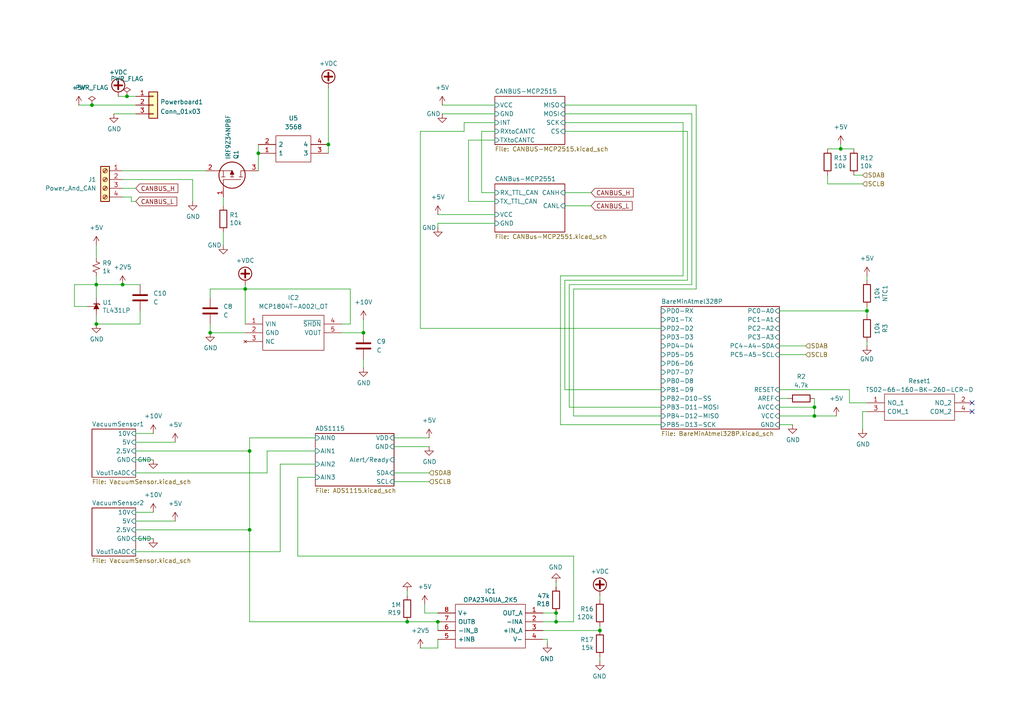
<source format=kicad_sch>
(kicad_sch (version 20231120) (generator "eeschema") (generator_version "8.0")
  (paper "A4")
  (lib_symbols
    (symbol "Connector:Screw_Terminal_01x04" (pin_names (offset 1.016) hide)
      (property "Reference" "J" (at 0 5.08 0))
      (property "Value" "Screw_Terminal_01x04" (at 0 -7.62 0))
      (symbol "Screw_Terminal_01x04_1_1"
        (rectangle (start -1.27 3.81) (end 1.27 -6.35) (stroke (width 0.254)) (fill (type background)))
        (circle (center 0 -5.08) (radius 0.635) (stroke (width 0.1524)))
        (circle (center 0 -2.54) (radius 0.635) (stroke (width 0.1524)))
        (polyline (pts (xy -0.5334 -4.7498) (xy 0.3302 -5.588)) (stroke (width 0.1524)))
        (polyline (pts (xy -0.5334 -2.2098) (xy 0.3302 -3.048)) (stroke (width 0.1524)))
        (polyline (pts (xy -0.5334 0.3302) (xy 0.3302 -0.508)) (stroke (width 0.1524)))
        (polyline (pts (xy -0.5334 2.8702) (xy 0.3302 2.032)) (stroke (width 0.1524)))
        (polyline (pts (xy -0.3556 -4.572) (xy 0.508 -5.4102)) (stroke (width 0.1524)))
        (polyline (pts (xy -0.3556 -2.032) (xy 0.508 -2.8702)) (stroke (width 0.1524)))
        (polyline (pts (xy -0.3556 0.508) (xy 0.508 -0.3302)) (stroke (width 0.1524)))
        (polyline (pts (xy -0.3556 3.048) (xy 0.508 2.2098)) (stroke (width 0.1524)))
        (circle (center 0 0) (radius 0.635) (stroke (width 0.1524)))
        (circle (center 0 2.54) (radius 0.635) (stroke (width 0.1524)))
        (pin passive line (at -5.08 2.54 0) (length 3.81) (name "Pin_1") (number "1"))
        (pin passive line (at -5.08 0 0) (length 3.81) (name "Pin_2") (number "2"))
        (pin passive line (at -5.08 -2.54 0) (length 3.81) (name "Pin_3") (number "3"))
        (pin passive line (at -5.08 -5.08 0) (length 3.81) (name "Pin_4") (number "4"))
      )
    )
    (symbol "Connector_Generic:Conn_01x03" (pin_names (offset 1.016) hide)
      (property "Reference" "J" (at 0 5.08 0))
      (property "Value" "Conn_01x03" (at 0 -5.08 0))
      (symbol "Conn_01x03_1_1"
        (rectangle (start -1.27 -2.413) (end 0 -2.667) (stroke (width 0.1524)))
        (rectangle (start -1.27 0.127) (end 0 -0.127) (stroke (width 0.1524)))
        (rectangle (start -1.27 2.667) (end 0 2.413) (stroke (width 0.1524)))
        (rectangle (start -1.27 3.81) (end 1.27 -3.81) (stroke (width 0.254)) (fill (type background)))
        (pin passive line (at -5.08 2.54 0) (length 3.81) (name "Pin_1") (number "1"))
        (pin passive line (at -5.08 0 0) (length 3.81) (name "Pin_2") (number "2"))
        (pin passive line (at -5.08 -2.54 0) (length 3.81) (name "Pin_3") (number "3"))
      )
    )
    (symbol "Device:C" (pin_numbers hide) (pin_names (offset 0.254))
      (property "Reference" "C" (at 0.635 2.54 0))
      (property "Value" "C" (at 0.635 -2.54 0))
      (symbol "C_0_1"
        (polyline (pts (xy -2.032 -0.762) (xy 2.032 -0.762)) (stroke (width 0.508)))
        (polyline (pts (xy -2.032 0.762) (xy 2.032 0.762)) (stroke (width 0.508)))
      )
      (symbol "C_1_1"
        (pin passive line (at 0 3.81 270) (length 2.794) (name "~") (number "1"))
        (pin passive line (at 0 -3.81 90) (length 2.794) (name "~") (number "2"))
      )
    )
    (symbol "Device:R" (pin_numbers hide) (pin_names (offset 0))
      (property "Reference" "R" (at 2.032 0 90))
      (property "Value" "R" (at 0 0 90))
      (symbol "R_0_1"
        (rectangle (start -1.016 -2.54) (end 1.016 2.54) (stroke (width 0.254)))
      )
      (symbol "R_1_1"
        (pin passive line (at 0 3.81 270) (length 1.27) (name "~") (number "1"))
        (pin passive line (at 0 -3.81 90) (length 1.27) (name "~") (number "2"))
      )
    )
    (symbol "Device:R_Small_US" (pin_numbers hide) (pin_names (offset 0.254) hide)
      (property "Reference" "R" (at 0.762 0.508 0))
      (property "Value" "R_Small_US" (at 0.762 -1.016 0))
      (symbol "R_Small_US_1_1"
        (polyline (pts (xy 0 0) (xy 1.016 -0.381) (xy 0 -0.762) (xy -1.016 -1.143) (xy 0 -1.524)))
        (polyline (pts (xy 0 1.524) (xy 1.016 1.143) (xy 0 0.762) (xy -1.016 0.381) (xy 0 0)))
        (pin passive line (at 0 2.54 270) (length 1.016) (name "~") (number "1"))
        (pin passive line (at 0 -2.54 90) (length 1.016) (name "~") (number "2"))
      )
    )
    (symbol "Reference_Voltage:TL431LP" (pin_numbers hide) (pin_names hide)
      (property "Reference" "U" (at -2.54 2.54 0))
      (property "Value" "TL431LP" (at 0 -2.54 0))
      (symbol "TL431LP_0_1"
        (polyline (pts (xy -1.27 0) (xy 0 0) (xy 1.27 0)))
        (polyline (pts (xy -0.762 0.762) (xy 0.762 0) (xy -0.762 -0.762)) (fill (type outline)))
        (polyline (pts (xy 0.508 -1.016) (xy 0.762 -0.762) (xy 0.762 0.762) (xy 0.762 0.762)) (stroke (width 0.254)))
      )
      (symbol "TL431LP_1_1"
        (pin passive line (at 0 2.54 270) (length 2.54) (name "REF") (number "1"))
        (pin passive line (at -2.54 0 0) (length 2.54) (name "A") (number "2"))
        (pin passive line (at 2.54 0 180) (length 2.54) (name "K") (number "3"))
      )
    )
    (symbol "SamacSys_Parts:3568" (pin_names (offset 0.762))
      (property "Reference" "U" (at 16.51 7.62 0))
      (property "Value" "3568" (at 16.51 5.08 0))
      (symbol "3568_0_0"
        (pin passive line (at 0 -2.54 0) (length 5.08) (name "1") (number "1"))
        (pin passive line (at 0 0 0) (length 5.08) (name "2") (number "2"))
        (pin passive line (at 20.32 -2.54 180) (length 5.08) (name "3") (number "3"))
        (pin passive line (at 20.32 0 180) (length 5.08) (name "4") (number "4"))
      )
      (symbol "3568_0_1"
        (polyline (pts (xy 5.08 2.54) (xy 15.24 2.54) (xy 15.24 -5.08) (xy 5.08 -5.08) (xy 5.08 2.54)) (stroke (width 0.1524)))
      )
    )
    (symbol "SamacSys_Parts:IRF9Z34NPBF" (pin_names (offset 0.762))
      (property "Reference" "Q" (at 11.43 3.81 0))
      (property "Value" "IRF9Z34NPBF" (at 11.43 1.27 0))
      (symbol "IRF9Z34NPBF_0_0"
        (pin passive line (at 0 0 0) (length 2.54) (name "~") (number "1"))
        (pin passive line (at 7.62 -5.08 90) (length 2.54) (name "~") (number "2"))
        (pin passive line (at 7.62 10.16 270) (length 2.54) (name "~") (number "3"))
      )
      (symbol "IRF9Z34NPBF_0_1"
        (polyline (pts (xy 5.842 -0.508) (xy 5.842 0.508)) (stroke (width 0.1524)))
        (polyline (pts (xy 5.842 0) (xy 7.62 0)) (stroke (width 0.1524)))
        (polyline (pts (xy 5.842 2.032) (xy 5.842 3.048)) (stroke (width 0.1524)))
        (polyline (pts (xy 5.842 5.588) (xy 5.842 4.572)) (stroke (width 0.1524)))
        (polyline (pts (xy 7.62 2.54) (xy 5.842 2.54)) (stroke (width 0.1524)))
        (polyline (pts (xy 7.62 2.54) (xy 7.62 -2.54)) (stroke (width 0.1524)))
        (polyline (pts (xy 7.62 5.08) (xy 5.842 5.08)) (stroke (width 0.1524)))
        (polyline (pts (xy 7.62 5.08) (xy 7.62 7.62)) (stroke (width 0.1524)))
        (polyline (pts (xy 2.54 0) (xy 5.08 0) (xy 5.08 5.08)) (stroke (width 0.1524)))
        (polyline (pts (xy 7.62 2.54) (xy 6.604 3.048) (xy 6.604 2.032) (xy 7.62 2.54)) (stroke (width 0.254)) (fill (type outline)))
        (circle (center 6.35 2.54) (radius 3.81) (stroke (width 0.254)))
      )
    )
    (symbol "SamacSys_Parts:MCP1804T-A002I_OT" (pin_names (offset 0.762))
      (property "Reference" "IC" (at 24.13 7.62 0))
      (property "Value" "MCP1804T-A002I_OT" (at 24.13 5.08 0))
      (symbol "MCP1804T-A002I_OT_0_0"
        (pin passive line (at 0 0 0) (length 5.08) (name "VIN") (number "1"))
        (pin passive line (at 0 -2.54 0) (length 5.08) (name "GND") (number "2"))
        (pin no_connect line (at 0 -5.08 0) (length 5.08) (name "NC") (number "3"))
        (pin passive line (at 27.94 0 180) (length 5.08) (name "~{SHDN}") (number "4"))
        (pin passive line (at 27.94 -2.54 180) (length 5.08) (name "VOUT") (number "5"))
      )
      (symbol "MCP1804T-A002I_OT_0_1"
        (polyline (pts (xy 5.08 2.54) (xy 22.86 2.54) (xy 22.86 -7.62) (xy 5.08 -7.62) (xy 5.08 2.54)) (stroke (width 0.1524)))
      )
    )
    (symbol "SamacSys_Parts:OPA2340UA_2K5" (pin_names (offset 0.762))
      (property "Reference" "IC" (at 26.67 7.62 0))
      (property "Value" "OPA2340UA_2K5" (at 26.67 5.08 0))
      (symbol "OPA2340UA_2K5_0_0"
        (pin passive line (at 0 0 0) (length 5.08) (name "OUT_A") (number "1"))
        (pin passive line (at 0 -2.54 0) (length 5.08) (name "-INA") (number "2"))
        (pin passive line (at 0 -5.08 0) (length 5.08) (name "+IN_A") (number "3"))
        (pin passive line (at 0 -7.62 0) (length 5.08) (name "V-") (number "4"))
        (pin passive line (at 30.48 -7.62 180) (length 5.08) (name "+INB") (number "5"))
        (pin passive line (at 30.48 -5.08 180) (length 5.08) (name "-IN_B") (number "6"))
        (pin passive line (at 30.48 -2.54 180) (length 5.08) (name "OUTB") (number "7"))
        (pin passive line (at 30.48 0 180) (length 5.08) (name "V+") (number "8"))
      )
      (symbol "OPA2340UA_2K5_0_1"
        (polyline (pts (xy 5.08 2.54) (xy 25.4 2.54) (xy 25.4 -10.16) (xy 5.08 -10.16) (xy 5.08 2.54)) (stroke (width 0.1524)))
      )
    )
    (symbol "SamacSys_Parts:TS02-66-160-BK-260-LCR-D" (pin_names (offset 0.762))
      (property "Reference" "S" (at 26.67 7.62 0))
      (property "Value" "TS02-66-160-BK-260-LCR-D" (at 26.67 5.08 0))
      (symbol "TS02-66-160-BK-260-LCR-D_0_0"
        (pin passive line (at 0 0 0) (length 5.08) (name "NO_1") (number "1"))
        (pin passive line (at 30.48 0 180) (length 5.08) (name "NO_2") (number "2"))
        (pin passive line (at 0 -2.54 0) (length 5.08) (name "COM_1") (number "3"))
        (pin passive line (at 30.48 -2.54 180) (length 5.08) (name "COM_2") (number "4"))
      )
      (symbol "TS02-66-160-BK-260-LCR-D_0_1"
        (polyline (pts (xy 5.08 2.54) (xy 25.4 2.54) (xy 25.4 -5.08) (xy 5.08 -5.08) (xy 5.08 2.54)) (stroke (width 0.1524)))
      )
    )
    (symbol "power:+10V" (power) (pin_numbers hide) (pin_names (offset 0) hide)
      (property "Value" "+10V" (at 0 3.556 0))
      (symbol "+10V_0_1"
        (polyline (pts (xy -0.762 1.27) (xy 0 2.54)))
        (polyline (pts (xy 0 0) (xy 0 2.54)))
        (polyline (pts (xy 0 2.54) (xy 0.762 1.27)))
      )
      (symbol "+10V_1_1"
        (pin power_in line (at 0 0 90) (length 0) (name "~") (number "1"))
      )
    )
    (symbol "power:+2V5" (power) (pin_numbers hide) (pin_names (offset 0) hide)
      (property "Value" "+2V5" (at 0 3.556 0))
      (symbol "+2V5_0_1"
        (polyline (pts (xy -0.762 1.27) (xy 0 2.54)))
        (polyline (pts (xy 0 0) (xy 0 2.54)))
        (polyline (pts (xy 0 2.54) (xy 0.762 1.27)))
      )
      (symbol "+2V5_1_1"
        (pin power_in line (at 0 0 90) (length 0) (name "~") (number "1"))
      )
    )
    (symbol "power:+5V" (power) (pin_numbers hide) (pin_names (offset 0) hide)
      (property "Value" "+5V" (at 0 3.556 0))
      (symbol "+5V_0_1"
        (polyline (pts (xy -0.762 1.27) (xy 0 2.54)))
        (polyline (pts (xy 0 0) (xy 0 2.54)))
        (polyline (pts (xy 0 2.54) (xy 0.762 1.27)))
      )
      (symbol "+5V_1_1"
        (pin power_in line (at 0 0 90) (length 0) (name "~") (number "1"))
      )
    )
    (symbol "power:+VDC" (power) (pin_numbers hide) (pin_names (offset 0) hide)
      (property "Value" "+VDC" (at 0 6.35 0))
      (symbol "+VDC_0_1"
        (polyline (pts (xy -1.143 3.175) (xy 1.143 3.175)) (stroke (width 0.508)))
        (polyline (pts (xy 0 0) (xy 0 1.27)))
        (polyline (pts (xy 0 2.032) (xy 0 4.318)) (stroke (width 0.508)))
        (circle (center 0 3.175) (radius 1.905) (stroke (width 0.254)))
      )
      (symbol "+VDC_1_1"
        (pin power_in line (at 0 0 90) (length 0) (name "~") (number "1"))
      )
    )
    (symbol "power:GND" (power) (pin_numbers hide) (pin_names (offset 0) hide)
      (property "Value" "GND" (at 0 -3.81 0))
      (symbol "GND_0_1"
        (polyline (pts (xy 0 0) (xy 0 -1.27) (xy 1.27 -1.27) (xy 0 -2.54) (xy -1.27 -1.27) (xy 0 -1.27)))
      )
      (symbol "GND_1_1"
        (pin power_in line (at 0 0 270) (length 0) (name "~") (number "1"))
      )
    )
    (symbol "power:PWR_FLAG" (power) (pin_numbers hide) (pin_names (offset 0) hide)
      (property "Value" "PWR_FLAG" (at 0 3.81 0))
      (symbol "PWR_FLAG_0_0"
        (pin power_out line (at 0 0 90) (length 0) (name "~") (number "1"))
      )
      (symbol "PWR_FLAG_0_1"
        (polyline (pts (xy 0 0) (xy 0 1.27) (xy -1.016 1.905) (xy 0 2.54) (xy 1.016 1.905) (xy 0 1.27)))
      )
    )
  )
  (junction (at 105.41 96.52))
  (junction (at 71.12 83.82))
  (junction (at 60.96 96.52))
  (junction (at 72.39 130.81))
  (junction (at 251.46 90.17))
  (junction (at 95.25 41.91))
  (junction (at 72.39 153.67))
  (junction (at 74.93 44.45))
  (junction (at 35.56 82.55))
  (junction (at 161.29 177.8))
  (junction (at 36.83 27.94))
  (junction (at 27.94 93.98))
  (junction (at 173.99 182.88))
  (junction (at 161.29 180.34))
  (junction (at 118.11 180.34))
  (junction (at 236.22 118.11))
  (junction (at 26.67 30.48))
  (junction (at 27.94 82.55))
  (junction (at 236.22 120.65))
  (junction (at 127 180.34))
  (junction (at 243.84 43.18))
  (no_connect (at 281.94 119.38))
  (no_connect (at 281.94 116.84))
  (wire (pts (xy 60.96 93.98) (xy 60.96 96.52)))
  (wire (pts (xy 34.29 27.94) (xy 36.83 27.94)))
  (wire (pts (xy 243.84 43.18) (xy 243.84 41.91)))
  (wire (pts (xy 35.56 52.07) (xy 55.88 52.07)))
  (wire (pts (xy 128.27 33.02) (xy 143.51 33.02)))
  (wire (pts (xy 39.37 148.59) (xy 44.45 148.59)))
  (wire (pts (xy 60.96 83.82) (xy 71.12 83.82)))
  (wire (pts (xy 71.12 82.55) (xy 71.12 83.82)))
  (wire (pts (xy 114.3 137.16) (xy 124.46 137.16)))
  (wire (pts (xy 95.25 41.91) (xy 95.25 44.45)))
  (wire (pts (xy 99.06 93.98) (xy 101.6 93.98)))
  (wire (pts (xy 246.38 113.03) (xy 246.38 116.84)))
  (wire (pts (xy 191.77 95.25) (xy 121.92 95.25)))
  (wire (pts (xy 26.67 30.48) (xy 39.37 30.48)))
  (wire (pts (xy 191.77 113.03) (xy 163.83 113.03)))
  (wire (pts (xy 200.66 33.02) (xy 200.66 82.55)))
  (wire (pts (xy 127 182.88) (xy 127 180.34)))
  (wire (pts (xy 38.1 58.42) (xy 38.1 57.15)))
  (wire (pts (xy 251.46 90.17) (xy 251.46 91.44)))
  (wire (pts (xy 250.19 119.38) (xy 250.19 124.46)))
  (wire (pts (xy 143.51 64.77) (xy 127 64.77)))
  (wire (pts (xy 55.88 58.42) (xy 55.88 52.07)))
  (wire (pts (xy 25.4 88.9) (xy 21.59 88.9)))
  (wire (pts (xy 251.46 88.9) (xy 251.46 90.17)))
  (wire (pts (xy 27.94 82.55) (xy 35.56 82.55)))
  (wire (pts (xy 226.06 123.19) (xy 229.87 123.19)))
  (wire (pts (xy 39.37 125.73) (xy 44.45 125.73)))
  (wire (pts (xy 139.7 38.1) (xy 143.51 38.1)))
  (wire (pts (xy 77.47 137.16) (xy 77.47 130.81)))
  (wire (pts (xy 163.83 81.28) (xy 199.39 81.28)))
  (wire (pts (xy 105.41 104.14) (xy 105.41 106.68)))
  (wire (pts (xy 72.39 127) (xy 72.39 130.81)))
  (wire (pts (xy 127 62.23) (xy 143.51 62.23)))
  (wire (pts (xy 198.12 35.56) (xy 163.83 35.56)))
  (wire (pts (xy 127 185.42) (xy 127 187.96)))
  (wire (pts (xy 163.83 113.03) (xy 163.83 81.28)))
  (wire (pts (xy 226.06 115.57) (xy 228.6 115.57)))
  (wire (pts (xy 128.27 30.48) (xy 143.51 30.48)))
  (wire (pts (xy 236.22 120.65) (xy 242.57 120.65)))
  (wire (pts (xy 27.94 82.55) (xy 27.94 86.36)))
  (wire (pts (xy 198.12 80.01) (xy 198.12 35.56)))
  (wire (pts (xy 121.92 38.1) (xy 134.62 38.1)))
  (wire (pts (xy 127 64.77) (xy 127 66.04)))
  (wire (pts (xy 114.3 127) (xy 124.46 127)))
  (wire (pts (xy 72.39 130.81) (xy 72.39 153.67)))
  (wire (pts (xy 163.83 33.02) (xy 200.66 33.02)))
  (wire (pts (xy 251.46 99.06) (xy 251.46 100.33)))
  (wire (pts (xy 165.1 118.11) (xy 165.1 82.55)))
  (wire (pts (xy 158.75 186.69) (xy 158.75 185.42)))
  (wire (pts (xy 38.1 57.15) (xy 35.56 57.15)))
  (wire (pts (xy 162.56 80.01) (xy 198.12 80.01)))
  (wire (pts (xy 81.28 134.62) (xy 81.28 160.02)))
  (wire (pts (xy 74.93 44.45) (xy 74.93 49.53)))
  (wire (pts (xy 86.36 138.43) (xy 86.36 161.29)))
  (wire (pts (xy 118.11 172.72) (xy 118.11 171.45)))
  (wire (pts (xy 143.51 55.88) (xy 139.7 55.88)))
  (wire (pts (xy 27.94 91.44) (xy 27.94 93.98)))
  (wire (pts (xy 226.06 90.17) (xy 251.46 90.17)))
  (wire (pts (xy 114.3 139.7) (xy 124.46 139.7)))
  (wire (pts (xy 191.77 123.19) (xy 162.56 123.19)))
  (wire (pts (xy 157.48 180.34) (xy 161.29 180.34)))
  (wire (pts (xy 105.41 92.71) (xy 105.41 96.52)))
  (wire (pts (xy 226.06 113.03) (xy 246.38 113.03)))
  (wire (pts (xy 166.37 161.29) (xy 166.37 180.34)))
  (wire (pts (xy 39.37 137.16) (xy 77.47 137.16)))
  (wire (pts (xy 135.89 40.64) (xy 135.89 58.42)))
  (wire (pts (xy 72.39 180.34) (xy 72.39 153.67)))
  (wire (pts (xy 60.96 86.36) (xy 60.96 83.82)))
  (wire (pts (xy 72.39 180.34) (xy 118.11 180.34)))
  (wire (pts (xy 27.94 71.12) (xy 27.94 74.93)))
  (wire (pts (xy 236.22 118.11) (xy 236.22 120.65)))
  (wire (pts (xy 121.92 95.25) (xy 121.92 38.1)))
  (wire (pts (xy 22.86 30.48) (xy 26.67 30.48)))
  (wire (pts (xy 191.77 120.65) (xy 166.37 120.65)))
  (wire (pts (xy 123.19 177.8) (xy 123.19 175.26)))
  (wire (pts (xy 161.29 170.18) (xy 161.29 168.91)))
  (wire (pts (xy 165.1 118.11) (xy 191.77 118.11)))
  (wire (pts (xy 251.46 80.01) (xy 251.46 81.28)))
  (wire (pts (xy 21.59 88.9) (xy 21.59 82.55)))
  (wire (pts (xy 127 187.96) (xy 121.92 187.96)))
  (wire (pts (xy 35.56 49.53) (xy 59.69 49.53)))
  (wire (pts (xy 173.99 181.61) (xy 173.99 182.88)))
  (wire (pts (xy 226.06 102.87) (xy 233.68 102.87)))
  (wire (pts (xy 81.28 160.02) (xy 39.37 160.02)))
  (wire (pts (xy 36.83 27.94) (xy 39.37 27.94)))
  (wire (pts (xy 91.44 138.43) (xy 86.36 138.43)))
  (wire (pts (xy 163.83 59.69) (xy 171.45 59.69)))
  (wire (pts (xy 39.37 153.67) (xy 72.39 153.67)))
  (wire (pts (xy 161.29 180.34) (xy 161.29 177.8)))
  (wire (pts (xy 33.02 33.02) (xy 39.37 33.02)))
  (wire (pts (xy 39.37 156.21) (xy 44.45 156.21)))
  (wire (pts (xy 162.56 123.19) (xy 162.56 80.01)))
  (wire (pts (xy 39.37 133.35) (xy 44.45 133.35)))
  (wire (pts (xy 127 180.34) (xy 118.11 180.34)))
  (wire (pts (xy 74.93 41.91) (xy 74.93 44.45)))
  (wire (pts (xy 157.48 177.8) (xy 161.29 177.8)))
  (wire (pts (xy 101.6 93.98) (xy 101.6 83.82)))
  (wire (pts (xy 21.59 82.55) (xy 27.94 82.55)))
  (wire (pts (xy 243.84 43.18) (xy 247.65 43.18)))
  (wire (pts (xy 166.37 180.34) (xy 161.29 180.34)))
  (wire (pts (xy 39.37 130.81) (xy 72.39 130.81)))
  (wire (pts (xy 134.62 35.56) (xy 143.51 35.56)))
  (wire (pts (xy 139.7 55.88) (xy 139.7 38.1)))
  (wire (pts (xy 158.75 185.42) (xy 157.48 185.42)))
  (wire (pts (xy 40.64 93.98) (xy 27.94 93.98)))
  (wire (pts (xy 35.56 82.55) (xy 40.64 82.55)))
  (wire (pts (xy 226.06 100.33) (xy 233.68 100.33)))
  (wire (pts (xy 166.37 120.65) (xy 166.37 83.82)))
  (wire (pts (xy 39.37 58.42) (xy 38.1 58.42)))
  (wire (pts (xy 166.37 83.82) (xy 201.93 83.82)))
  (wire (pts (xy 64.77 67.31) (xy 64.77 71.12)))
  (wire (pts (xy 157.48 182.88) (xy 173.99 182.88)))
  (wire (pts (xy 91.44 127) (xy 72.39 127)))
  (wire (pts (xy 251.46 119.38) (xy 250.19 119.38)))
  (wire (pts (xy 199.39 81.28) (xy 199.39 38.1)))
  (wire (pts (xy 135.89 58.42) (xy 143.51 58.42)))
  (wire (pts (xy 40.64 90.17) (xy 40.64 93.98)))
  (wire (pts (xy 134.62 38.1) (xy 134.62 35.56)))
  (wire (pts (xy 173.99 173.99) (xy 173.99 172.72)))
  (wire (pts (xy 114.3 129.54) (xy 124.46 129.54)))
  (wire (pts (xy 200.66 82.55) (xy 165.1 82.55)))
  (wire (pts (xy 91.44 134.62) (xy 81.28 134.62)))
  (wire (pts (xy 163.83 30.48) (xy 201.93 30.48)))
  (wire (pts (xy 240.03 43.18) (xy 243.84 43.18)))
  (wire (pts (xy 143.51 40.64) (xy 135.89 40.64)))
  (wire (pts (xy 163.83 55.88) (xy 171.45 55.88)))
  (wire (pts (xy 201.93 83.82) (xy 201.93 30.48)))
  (wire (pts (xy 35.56 54.61) (xy 39.37 54.61)))
  (wire (pts (xy 127 177.8) (xy 123.19 177.8)))
  (wire (pts (xy 246.38 116.84) (xy 251.46 116.84)))
  (wire (pts (xy 39.37 128.27) (xy 50.8 128.27)))
  (wire (pts (xy 95.25 25.4) (xy 95.25 41.91)))
  (wire (pts (xy 173.99 190.5) (xy 173.99 191.77)))
  (wire (pts (xy 27.94 80.01) (xy 27.94 82.55)))
  (wire (pts (xy 99.06 96.52) (xy 105.41 96.52)))
  (wire (pts (xy 77.47 130.81) (xy 91.44 130.81)))
  (wire (pts (xy 60.96 96.52) (xy 71.12 96.52)))
  (wire (pts (xy 250.19 53.34) (xy 240.03 53.34)))
  (wire (pts (xy 64.77 59.69) (xy 64.77 57.15)))
  (wire (pts (xy 226.06 118.11) (xy 236.22 118.11)))
  (wire (pts (xy 240.03 53.34) (xy 240.03 50.8)))
  (wire (pts (xy 236.22 115.57) (xy 236.22 118.11)))
  (wire (pts (xy 86.36 161.29) (xy 166.37 161.29)))
  (wire (pts (xy 101.6 83.82) (xy 71.12 83.82)))
  (wire (pts (xy 39.37 151.13) (xy 50.8 151.13)))
  (wire (pts (xy 226.06 120.65) (xy 236.22 120.65)))
  (wire (pts (xy 71.12 83.82) (xy 71.12 93.98)))
  (wire (pts (xy 199.39 38.1) (xy 163.83 38.1)))
  (wire (pts (xy 247.65 50.8) (xy 250.19 50.8)))
  (global_label "CANBUS_H" (shape input) (at 39.37 54.61 0) (property "Intersheetrefs" "${INTERSHEET_REFS}" (effects (hide yes))))
  (global_label "CANBUS_H" (shape input) (at 171.45 55.88 0) (property "Intersheetrefs" "${INTERSHEET_REFS}" (effects (hide yes))))
  (global_label "CANBUS_L" (shape input) (at 171.45 59.69 0) (property "Intersheetrefs" "${INTERSHEET_REFS}" (effects (hide yes))))
  (global_label "CANBUS_L" (shape input) (at 39.37 58.42 0) (property "Intersheetrefs" "${INTERSHEET_REFS}" (effects (hide yes))))
  (hierarchical_label "SDAB" (shape input) (at 250.19 50.8 0))
  (hierarchical_label "SCLB" (shape input) (at 233.68 102.87 0))
  (hierarchical_label "SDAB" (shape input) (at 233.68 100.33 0))
  (hierarchical_label "SDAB" (shape input) (at 124.46 137.16 0))
  (hierarchical_label "SCLB" (shape input) (at 250.19 53.34 0))
  (hierarchical_label "SCLB" (shape input) (at 124.46 139.7 0))
  (symbol (lib_id "power:GND") (at 124.46 129.54 0) (unit 1)
    (property "Reference" "#PWR04" (effects (hide yes)))
    (property "Value" "GND" (at 124.587 133.9342 0))
  )
  (symbol (lib_id "power:GND") (at 27.94 93.98 0) (unit 1)
    (property "Reference" "#PWR09" (effects (hide yes)))
    (property "Value" "GND" (at 28.067 98.3742 0))
  )
  (symbol (lib_id "power:+5V") (at 124.46 127 0) (unit 1)
    (property "Reference" "#PWR037" (effects (hide yes)))
    (property "Value" "+5V" (at 124.46 121.92 0))
    (property "Description" "Power symbol creates a global label with name \"+5V\"" (effects (hide yes)))
  )
  (symbol (lib_id "power:+VDC") (at 71.12 82.55 0) (unit 1)
    (property "Reference" "#PWR022" (effects (hide yes)))
    (property "Value" "+VDC" (at 71.12 75.565 0))
    (property "Description" "Power symbol creates a global label with name \"+VDC\"" (effects (hide yes)))
  )
  (symbol (lib_id "power:+5V") (at 22.86 30.48 0) (unit 1)
    (property "Reference" "#PWR01" (effects (hide yes)))
    (property "Value" "+5V" (at 22.86 25.4 0))
    (property "Description" "Power symbol creates a global label with name \"+5V\"" (effects (hide yes)))
  )
  (symbol (lib_id "SamacSys_Parts:IRF9Z34NPBF") (at 64.77 57.15 270) (mirror x) (unit 1)
    (property "Reference" "Q1" (at 68.4784 46.228 0) (effects (justify left)))
    (property "Value" "IRF9Z34NPBF" (at 66.167 46.228 0) (effects (justify left)))
    (property "Footprint" "TO254P469X1042X1967-3P" (effects (hide yes)))
    (property "Datasheet" "https://www.infineon.com/dgdl/irf9z34npbf.pdf?fileId=5546d462533600a40153561220af1ddd" (effects (hide yes)))
    (property "Description" "MOSFET MOSFT PCh -55V -17A 100mOhm 23.3nC" (effects (hide yes)))
    (property "Height" "4.69" (effects (hide yes)))
    (property "Mouser Part Number" "942-IRF9Z34NPBF" (effects (hide yes)))
    (property "Mouser Price/Stock" "https://www.mouser.co.uk/ProductDetail/Infineon-Technologies/IRF9Z34NPBF?qs=9%252BKlkBgLFf16a%2FvlD%252BMCtQ%3D%3D" (effects (hide yes)))
    (property "Manufacturer_Name" "Infineon" (effects (hide yes)))
    (property "Manufacturer_Part_Number" "IRF9Z34NPBF" (effects (hide yes)))
  )
  (symbol (lib_id "Device:R") (at 247.65 46.99 0) (unit 1)
    (property "Reference" "R12" (at 249.428 45.8216 0) (effects (justify left)))
    (property "Value" "10k" (at 249.428 48.133 0) (effects (justify left)))
    (property "Footprint" "Resistor_SMD:R_1206_3216Metric_Pad1.30x1.75mm_HandSolder" (effects (hide yes)))
    (property "Description" "Resistor" (effects (hide yes)))
  )
  (symbol (lib_id "Device:C") (at 40.64 86.36 0) (unit 1)
    (property "Reference" "C10" (at 44.45 85.0899 0) (effects (justify left)))
    (property "Value" "C" (at 44.45 87.6299 0) (effects (justify left)))
    (property "Description" "Unpolarized capacitor" (effects (hide yes)))
  )
  (symbol (lib_id "power:+5V") (at 50.8 151.13 0) (unit 1)
    (property "Reference" "#PWR033" (effects (hide yes)))
    (property "Value" "+5V" (at 50.8 146.05 0))
    (property "Description" "Power symbol creates a global label with name \"+5V\"" (effects (hide yes)))
  )
  (symbol (lib_id "SamacSys_Parts:OPA2340UA_2K5") (at 157.48 177.8 0) (mirror y) (unit 1)
    (property "Reference" "IC1" (at 142.24 171.45 0))
    (property "Value" "OPA2340UA_2K5" (at 142.24 173.99 0))
    (property "Footprint" "SamacSys_Parts:SOIC127P600X175-8N" (effects (hide yes)))
    (property "Datasheet" "http://www.ti.com/lit/gpn/opa2340" (effects (hide yes)))
    (property "Description" "Single-Supply, Rail-to-Rail Operational Amplifiers MicroAmplifier Series" (effects (hide yes)))
    (property "Height" "1.75" (effects (hide yes)))
    (property "Mouser Part Number" "595-OPA2340UA/2K5" (effects (hide yes)))
    (property "Mouser Price/Stock" "https://www.mouser.co.uk/ProductDetail/Texas-Instruments/OPA2340UA-2K5?qs=7nS3%252BbEUL6sUfjelNiiypQ%3D%3D" (effects (hide yes)))
    (property "Manufacturer_Name" "Texas Instruments" (effects (hide yes)))
    (property "Manufacturer_Part_Number" "OPA2340UA/2K5" (effects (hide yes)))
  )
  (symbol (lib_id "power:PWR_FLAG") (at 36.83 27.94 0) (unit 1)
    (property "Reference" "#FLG02" (effects (hide yes)))
    (property "Value" "PWR_FLAG" (at 36.83 22.86 0))
    (property "Description" "Special symbol for telling ERC where power comes from" (effects (hide yes)))
  )
  (symbol (lib_id "power:GND") (at 105.41 106.68 0) (unit 1)
    (property "Reference" "#PWR024" (effects (hide yes)))
    (property "Value" "GND" (at 105.537 111.0742 0))
  )
  (symbol (lib_id "Device:R") (at 173.99 186.69 0) (mirror y) (unit 1)
    (property "Reference" "R17" (at 172.212 185.5216 0) (effects (justify left)))
    (property "Value" "15k" (at 172.212 187.833 0) (effects (justify left)))
    (property "Footprint" "Resistor_SMD:R_1206_3216Metric_Pad1.30x1.75mm_HandSolder" (effects (hide yes)))
  )
  (symbol (lib_id "SamacSys_Parts:MCP1804T-A002I_OT") (at 71.12 93.98 0) (unit 1)
    (property "Reference" "IC2" (at 85.09 86.36 0))
    (property "Value" "MCP1804T-A002I_OT" (at 85.09 88.9 0))
    (property "Footprint" "SOT95P270X145-5N" (effects (hide yes)))
    (property "Datasheet" "http://ww1.microchip.com/downloads/en/DeviceDoc/20002200D.pdf" (effects (hide yes)))
    (property "Description" "LDO, 150mA max, Vin 28V max, Vout =10.0V" (effects (hide yes)))
    (property "Height" "1.45" (effects (hide yes)))
    (property "Mouser Part Number" "579-MCP1804T-A002IOT" (effects (hide yes)))
    (property "Mouser Price/Stock" "https://www.mouser.co.uk/ProductDetail/Microchip-Technology/MCP1804T-A002I-OT?qs=X8nz4ozed5igIlf9%252BFEUbg%3D%3D" (effects (hide yes)))
    (property "Manufacturer_Name" "Microchip" (effects (hide yes)))
    (property "Manufacturer_Part_Number" "MCP1804T-A002I/OT" (effects (hide yes)))
  )
  (symbol (lib_id "Device:R") (at 161.29 173.99 180) (unit 1)
    (property "Reference" "R18" (at 159.512 175.1584 0) (effects (justify left)))
    (property "Value" "47k" (at 159.512 172.847 0) (effects (justify left)))
    (property "Footprint" "Resistor_SMD:R_1206_3216Metric_Pad1.30x1.75mm_HandSolder" (effects (hide yes)))
  )
  (symbol (lib_id "power:GND") (at 118.11 171.45 180) (unit 1)
    (property "Reference" "#PWR036" (effects (hide yes)))
    (property "Value" "GND" (effects (hide yes)))
  )
  (symbol (lib_id "power:+VDC") (at 34.29 27.94 0) (unit 1)
    (property "Reference" "#PWR02" (effects (hide yes)))
    (property "Value" "+VDC" (at 34.29 20.955 0))
    (property "Description" "Power symbol creates a global label with name \"+VDC\"" (effects (hide yes)))
  )
  (symbol (lib_id "power:+2V5") (at 121.92 187.96 0) (mirror y) (unit 1)
    (property "Reference" "#PWR05" (effects (hide yes)))
    (property "Value" "+2V5" (at 121.92 182.88 0))
    (property "Description" "Power symbol creates a global label with name \"+2V5\"" (effects (hide yes)))
  )
  (symbol (lib_id "SamacSys_Parts:TS02-66-160-BK-260-LCR-D") (at 251.46 116.84 0) (unit 1)
    (property "Reference" "Reset1" (at 266.7 110.49 0))
    (property "Value" "TS02-66-160-BK-260-LCR-D" (at 266.7 113.03 0))
    (property "Footprint" "TS0266160BK260LCRD" (effects (hide yes)))
    (property "Datasheet" "https://www.cuidevices.com/product/resource/ts02.pdf" (effects (hide yes)))
    (property "Description" "Tactile Switches 6 x 6 mm, 16 mm Act Height, 260 gf, Black, Long Crimped, Through Hole, SPST," (effects (hide yes)))
    (property "Height" "16.2" (effects (hide yes)))
    (property "Mouser Part Number" "179-TS0266160BK260LC" (effects (hide yes)))
    (property "Mouser Price/Stock" "https://www.mouser.co.uk/ProductDetail/CUI-Devices/TS02-66-160-BK-260-LCR-D?qs=A6eO%252BMLsxmR2iSh4nOToMQ%3D%3D" (effects (hide yes)))
    (property "Manufacturer_Name" "CUI Devices" (effects (hide yes)))
    (property "Manufacturer_Part_Number" "TS02-66-160-BK-260-LCR-D" (effects (hide yes)))
  )
  (symbol (lib_id "power:GND") (at 250.19 124.46 0) (unit 1)
    (property "Reference" "#PWR021" (effects (hide yes)))
    (property "Value" "GND" (at 250.317 128.8542 0))
    (property "Description" "Power symbol creates a global label with name \"GND\" , ground" (effects (hide yes)))
  )
  (symbol (lib_id "power:GND") (at 44.45 133.35 0) (unit 1)
    (property "Reference" "#PWR028" (effects (hide yes)))
    (property "Value" "GND" (at 41.91 133.35 0))
    (property "Description" "Power symbol creates a global label with name \"GND\" , ground" (effects (hide yes)))
  )
  (symbol (lib_id "power:+5V") (at 127 62.23 0) (unit 1)
    (property "Reference" "#PWR013" (effects (hide yes)))
    (property "Value" "+5V" (at 127 57.15 0))
    (property "Description" "Power symbol creates a global label with name \"+5V\"" (effects (hide yes)))
  )
  (symbol (lib_id "Device:R") (at 240.03 46.99 0) (unit 1)
    (property "Reference" "R13" (at 241.808 45.8216 0) (effects (justify left)))
    (property "Value" "10k" (at 241.808 48.133 0) (effects (justify left)))
    (property "Footprint" "Resistor_SMD:R_1206_3216Metric_Pad1.30x1.75mm_HandSolder" (effects (hide yes)))
    (property "Description" "Resistor" (effects (hide yes)))
  )
  (symbol (lib_id "power:+5V") (at 123.19 175.26 0) (mirror y) (unit 1)
    (property "Reference" "#PWR035" (effects (hide yes)))
    (property "Value" "+5V" (at 123.19 170.18 0))
    (property "Description" "Power symbol creates a global label with name \"+5V\"" (effects (hide yes)))
  )
  (symbol (lib_id "Device:R_Small_US") (at 27.94 77.47 0) (unit 1)
    (property "Reference" "R9" (at 29.6672 76.3016 0) (effects (justify left)))
    (property "Value" "1k" (at 29.6672 78.613 0) (effects (justify left)))
    (property "Footprint" "Resistor_SMD:R_0603_1608Metric" (effects (hide yes)))
  )
  (symbol (lib_id "power:+5V") (at 243.84 41.91 0) (unit 1)
    (property "Reference" "#PWR038" (effects (hide yes)))
    (property "Value" "+5V" (at 243.84 36.83 0))
    (property "Description" "Power symbol creates a global label with name \"+5V\"" (effects (hide yes)))
  )
  (symbol (lib_id "power:GND") (at 33.02 33.02 0) (unit 1)
    (property "Reference" "#PWR03" (effects (hide yes)))
    (property "Value" "GND" (at 33.147 37.4142 0))
    (property "Description" "Power symbol creates a global label with name \"GND\" , ground" (effects (hide yes)))
  )
  (symbol (lib_id "Device:C") (at 60.96 90.17 0) (unit 1)
    (property "Reference" "C8" (at 64.77 88.8999 0) (effects (justify left)))
    (property "Value" "C" (at 64.77 91.4399 0) (effects (justify left)))
    (property "Description" "Unpolarized capacitor" (effects (hide yes)))
  )
  (symbol (lib_id "power:PWR_FLAG") (at 26.67 30.48 0) (unit 1)
    (property "Reference" "#FLG01" (effects (hide yes)))
    (property "Value" "PWR_FLAG" (at 26.67 25.4 0))
    (property "Description" "Special symbol for telling ERC where power comes from" (effects (hide yes)))
  )
  (symbol (lib_id "power:GND") (at 60.96 96.52 0) (unit 1)
    (property "Reference" "#PWR023" (effects (hide yes)))
    (property "Value" "GND" (at 61.087 100.9142 0))
  )
  (symbol (lib_id "Device:R") (at 64.77 63.5 0) (unit 1)
    (property "Reference" "R1" (at 66.548 62.3316 0) (effects (justify left)))
    (property "Value" "10k" (at 66.548 64.643 0) (effects (justify left)))
    (property "Footprint" "Resistor_SMD:R_1206_3216Metric_Pad1.30x1.75mm_HandSolder" (effects (hide yes)))
    (property "Description" "Resistor" (effects (hide yes)))
  )
  (symbol (lib_id "power:+10V") (at 44.45 148.59 0) (unit 1)
    (property "Reference" "#PWR031" (effects (hide yes)))
    (property "Value" "+10V" (at 44.45 143.51 0))
    (property "Description" "Power symbol creates a global label with name \"+10V\"" (effects (hide yes)))
  )
  (symbol (lib_id "power:GND") (at 44.45 156.21 0) (unit 1)
    (property "Reference" "#PWR032" (effects (hide yes)))
    (property "Value" "GND" (at 41.91 156.21 0))
    (property "Description" "Power symbol creates a global label with name \"GND\" , ground" (effects (hide yes)))
  )
  (symbol (lib_id "power:GND") (at 161.29 168.91 180) (unit 1)
    (property "Reference" "#PWR030" (effects (hide yes)))
    (property "Value" "GND" (at 161.163 164.5158 0))
  )
  (symbol (lib_id "power:GND") (at 55.88 58.42 0) (unit 1)
    (property "Reference" "#PWR06" (effects (hide yes)))
    (property "Value" "GND" (at 56.007 62.8142 0))
    (property "Description" "Power symbol creates a global label with name \"GND\" , ground" (effects (hide yes)))
  )
  (symbol (lib_id "Connector_Generic:Conn_01x03") (at 44.45 30.48 0) (unit 1)
    (property "Reference" "Powerboard1" (at 46.482 29.5715 0) (effects (justify left)))
    (property "Value" "Conn_01x03" (at 46.482 32.3466 0) (effects (justify left)))
    (property "Footprint" "Connector_PinHeader_2.54mm:PinHeader_1x03_P2.54mm_Vertical" (effects (hide yes)))
    (property "Description" "Generic connector, single row, 01x03, script generated (kicad-library-utils/schlib/autogen/connector/)" (effects (hide yes)))
  )
  (symbol (lib_id "power:+5V") (at 50.8 128.27 0) (unit 1)
    (property "Reference" "#PWR029" (effects (hide yes)))
    (property "Value" "+5V" (at 50.8 123.19 0))
    (property "Description" "Power symbol creates a global label with name \"+5V\"" (effects (hide yes)))
  )
  (symbol (lib_id "Connector:Screw_Terminal_01x04") (at 30.48 52.07 0) (mirror y) (unit 1)
    (property "Reference" "J1" (at 27.94 52.0699 0) (effects (justify left)))
    (property "Value" "Power_And_CAN" (at 27.94 54.6099 0) (effects (justify left)))
    (property "Footprint" "TerminalBlock_Phoenix:TerminalBlock_Phoenix_MPT-0,5-4-2.54_1x04_P2.54mm_Horizontal" (effects (hide yes)))
    (property "Description" "Generic screw terminal, single row, 01x04, script generated (kicad-library-utils/schlib/autogen/connector/)" (effects (hide yes)))
  )
  (symbol (lib_id "power:+VDC") (at 173.99 172.72 0) (mirror y) (unit 1)
    (property "Reference" "#PWR010" (effects (hide yes)))
    (property "Value" "+VDC" (at 173.99 165.735 0))
  )
  (symbol (lib_id "power:+10V") (at 44.45 125.73 0) (unit 1)
    (property "Reference" "#PWR027" (effects (hide yes)))
    (property "Value" "+10V" (at 44.45 120.65 0))
    (property "Description" "Power symbol creates a global label with name \"+10V\"" (effects (hide yes)))
  )
  (symbol (lib_id "power:GND") (at 128.27 33.02 0) (unit 1)
    (property "Reference" "#PWR016" (effects (hide yes)))
    (property "Value" "GND" (at 125.73 33.02 0))
    (property "Description" "Power symbol creates a global label with name \"GND\" , ground" (effects (hide yes)))
  )
  (symbol (lib_id "power:GND") (at 158.75 186.69 0) (mirror y) (unit 1)
    (property "Reference" "#PWR034" (effects (hide yes)))
    (property "Value" "GND" (at 158.623 191.0842 0))
  )
  (symbol (lib_id "power:+2V5") (at 35.56 82.55 0) (unit 1)
    (property "Reference" "#PWR07" (effects (hide yes)))
    (property "Value" "+2V5" (at 35.56 77.47 0))
    (property "Description" "Power symbol creates a global label with name \"+2V5\"" (effects (hide yes)))
  )
  (symbol (lib_id "power:+5V") (at 27.94 71.12 0) (unit 1)
    (property "Reference" "#PWR011" (effects (hide yes)))
    (property "Value" "+5V" (at 27.94 66.04 0))
    (property "Description" "Power symbol creates a global label with name \"+5V\"" (effects (hide yes)))
  )
  (symbol (lib_id "Device:R") (at 232.41 115.57 90) (unit 1)
    (property "Reference" "R2" (at 232.41 109.22 90))
    (property "Value" "4.7k" (at 232.41 111.76 90))
    (property "Footprint" "Resistor_SMD:R_1206_3216Metric_Pad1.30x1.75mm_HandSolder" (effects (hide yes)))
    (property "Description" "Resistor" (effects (hide yes)))
  )
  (symbol (lib_id "power:GND") (at 251.46 100.33 0) (unit 1)
    (property "Reference" "#PWR020" (effects (hide yes)))
    (property "Value" "GND" (at 251.46 104.14 0))
    (property "Description" "Power symbol creates a global label with name \"GND\" , ground" (effects (hide yes)))
  )
  (symbol (lib_id "power:GND") (at 64.77 71.12 0) (unit 1)
    (property "Reference" "#PWR08" (effects (hide yes)))
    (property "Value" "GND" (at 62.23 71.12 0))
    (property "Description" "Power symbol creates a global label with name \"GND\" , ground" (effects (hide yes)))
  )
  (symbol (lib_id "Device:C") (at 105.41 100.33 0) (unit 1)
    (property "Reference" "C9" (at 109.22 99.0599 0) (effects (justify left)))
    (property "Value" "C" (at 109.22 101.5999 0) (effects (justify left)))
    (property "Description" "Unpolarized capacitor" (effects (hide yes)))
  )
  (symbol (lib_id "Device:R") (at 251.46 95.25 180) (unit 1)
    (property "Reference" "R3" (at 256.7178 95.25 90))
    (property "Value" "10k" (at 254.4064 95.25 90))
    (property "Footprint" "Resistor_SMD:R_1206_3216Metric_Pad1.30x1.75mm_HandSolder" (effects (hide yes)))
    (property "Description" "Resistor" (effects (hide yes)))
  )
  (symbol (lib_id "power:+5V") (at 242.57 120.65 0) (unit 1)
    (property "Reference" "#PWR018" (effects (hide yes)))
    (property "Value" "+5V" (at 242.57 115.57 0))
    (property "Description" "Power symbol creates a global label with name \"+5V\"" (effects (hide yes)))
  )
  (symbol (lib_id "power:GND") (at 173.99 191.77 0) (mirror y) (unit 1)
    (property "Reference" "#PWR026" (effects (hide yes)))
    (property "Value" "GND" (at 173.863 196.1642 0))
  )
  (symbol (lib_id "power:GND") (at 229.87 123.19 0) (unit 1)
    (property "Reference" "#PWR017" (effects (hide yes)))
    (property "Value" "GND" (at 229.997 127.5842 0))
    (property "Description" "Power symbol creates a global label with name \"GND\" , ground" (effects (hide yes)))
  )
  (symbol (lib_id "power:+VDC") (at 95.25 25.4 0) (unit 1)
    (property "Reference" "#PWR012" (effects (hide yes)))
    (property "Value" "+VDC" (at 95.25 18.415 0))
    (property "Description" "Power symbol creates a global label with name \"+VDC\"" (effects (hide yes)))
  )
  (symbol (lib_id "Device:R") (at 251.46 85.09 180) (unit 1)
    (property "Reference" "NTC1" (at 256.7178 85.09 90))
    (property "Value" "10k" (at 254.4064 85.09 90))
    (property "Footprint" "Resistor_THT:R_Axial_DIN0207_L6.3mm_D2.5mm_P2.54mm_Vertical" (effects (hide yes)))
    (property "Description" "Resistor" (effects (hide yes)))
  )
  (symbol (lib_id "Device:R") (at 118.11 176.53 180) (unit 1)
    (property "Reference" "R19" (at 116.332 177.6984 0) (effects (justify left)))
    (property "Value" "1M" (at 116.332 175.387 0) (effects (justify left)))
    (property "Footprint" "Resistor_SMD:R_1206_3216Metric_Pad1.30x1.75mm_HandSolder" (effects (hide yes)))
  )
  (symbol (lib_id "power:+10V") (at 105.41 92.71 0) (unit 1)
    (property "Reference" "#PWR025" (effects (hide yes)))
    (property "Value" "+10V" (at 105.41 87.63 0))
    (property "Description" "Power symbol creates a global label with name \"+10V\"" (effects (hide yes)))
  )
  (symbol (lib_id "Reference_Voltage:TL431LP") (at 27.94 88.9 90) (unit 1)
    (property "Reference" "U1" (at 29.718 87.7316 90) (effects (justify right)))
    (property "Value" "TL431LP" (at 29.718 90.043 90) (effects (justify right)))
    (property "Footprint" "Package_TO_SOT_THT:TO-92_Inline" (effects (hide yes)))
    (property "Datasheet" "http://www.ti.com/lit/ds/symlink/tl431.pdf" (effects (hide yes)))
  )
  (symbol (lib_id "Device:R") (at 173.99 177.8 0) (mirror y) (unit 1)
    (property "Reference" "R16" (at 172.212 176.6316 0) (effects (justify left)))
    (property "Value" "120k" (at 172.212 178.943 0) (effects (justify left)))
    (property "Footprint" "Resistor_SMD:R_1206_3216Metric_Pad1.30x1.75mm_HandSolder" (effects (hide yes)))
  )
  (symbol (lib_id "power:GND") (at 127 66.04 0) (unit 1)
    (property "Reference" "#PWR014" (effects (hide yes)))
    (property "Value" "GND" (at 124.46 66.04 0))
    (property "Description" "Power symbol creates a global label with name \"GND\" , ground" (effects (hide yes)))
  )
  (symbol (lib_id "power:+5V") (at 128.27 30.48 0) (unit 1)
    (property "Reference" "#PWR015" (effects (hide yes)))
    (property "Value" "+5V" (at 128.27 25.4 0))
    (property "Description" "Power symbol creates a global label with name \"+5V\"" (effects (hide yes)))
  )
  (symbol (lib_id "power:+5V") (at 251.46 80.01 0) (unit 1)
    (property "Reference" "#PWR019" (effects (hide yes)))
    (property "Value" "+5V" (at 251.46 74.93 0))
    (property "Description" "Power symbol creates a global label with name \"+5V\"" (effects (hide yes)))
  )
  (symbol (lib_id "SamacSys_Parts:3568") (at 74.93 41.91 0) (unit 1)
    (property "Reference" "U5" (at 85.09 34.29 0))
    (property "Value" "3568" (at 85.09 36.83 0))
    (property "Footprint" "3568" (effects (hide yes)))
    (property "Description" "Fuse Holder 30A 500V 1 Circuit Blade Through Hole" (effects (hide yes)))
    (property "Height" "7.5" (effects (hide yes)))
    (property "Mouser Part Number" "534-3568" (effects (hide yes)))
    (property "Mouser Price/Stock" "https://www.mouser.co.uk/ProductDetail/Keystone-Electronics/3568?qs=fP5bVVCrK%2Fd7nbA%2FPpwnKw%3D%3D" (effects (hide yes)))
    (property "Manufacturer_Name" "Keystone Electronics" (effects (hide yes)))
    (property "Manufacturer_Part_Number" "3568" (effects (hide yes)))
  )
  (sheet (at 26.67 124.46) (size 12.7 13.97) (stroke (width 0.1524))
    (property "Sheetname" "VacuumSensor1" (at 26.67 123.7484 0) (effects (justify left bottom)))
    (property "Sheetfile" "VacuumSensor.kicad_sch" (at 26.67 139.0146 0) (effects (justify left top)))
    (pin "5V" input (at 39.37 128.27 0))
    (pin "2.5V" input (at 39.37 130.81 0))
    (pin "GND" input (at 39.37 133.35 0))
    (pin "10V" input (at 39.37 125.73 0))
    (pin "VoutToADC" input (at 39.37 137.16 0))
  )
  (sheet (at 143.51 53.34) (size 20.32 13.97) (stroke (width 0.1524))
    (property "Sheetname" "CANBus-MCP2551" (at 143.51 52.6284 0) (effects (justify left bottom)))
    (property "Sheetfile" "CANBus-MCP2551.kicad_sch" (at 143.51 67.8946 0) (effects (justify left top)))
    (pin "GND" input (at 143.51 64.77 180))
    (pin "VCC" input (at 143.51 62.23 180))
    (pin "CANH" input (at 163.83 55.88 0))
    (pin "TX_TTL_CAN" input (at 143.51 58.42 180))
    (pin "CANL" input (at 163.83 59.69 0))
    (pin "RX_TTL_CAN" input (at 143.51 55.88 180))
  )
  (sheet (at 143.51 27.94) (size 20.32 13.97) (stroke (width 0.1524))
    (property "Sheetname" "CANBUS-MCP2515" (at 143.51 27.2284 0) (effects (justify left bottom)))
    (property "Sheetfile" "CANBUS-MCP2515.kicad_sch" (at 143.51 42.4946 0) (effects (justify left top)))
    (pin "VCC" input (at 143.51 30.48 180))
    (pin "GND" input (at 143.51 33.02 180))
    (pin "RXtoCANTC" input (at 143.51 38.1 180))
    (pin "TXtoCANTC" input (at 143.51 40.64 180))
    (pin "MISO" input (at 163.83 30.48 0))
    (pin "INT" input (at 143.51 35.56 180))
    (pin "SCK" input (at 163.83 35.56 0))
    (pin "MOSI" input (at 163.83 33.02 0))
    (pin "CS" input (at 163.83 38.1 0))
  )
  (sheet (at 191.77 88.9) (size 34.29 35.56) (stroke (width 0.1524))
    (property "Sheetname" "BareMinAtmel328P" (at 191.77 88.1884 0) (effects (justify left bottom)))
    (property "Sheetfile" "BareMinAtmel328P.kicad_sch" (at 191.77 125.0446 0) (effects (justify left top)))
    (pin "PB3-D11-MOSI" input (at 191.77 118.11 180))
    (pin "PB4-D12-MISO" input (at 191.77 120.65 180))
    (pin "PB2-D10-SS" input (at 191.77 115.57 180))
    (pin "PB5-D13-SCK" input (at 191.77 123.19 180))
    (pin "PB1-D9" input (at 191.77 113.03 180))
    (pin "PB0-D8" input (at 191.77 110.49 180))
    (pin "PC4-A4-SDA" input (at 226.06 100.33 0))
    (pin "PC2-A2" input (at 226.06 95.25 0))
    (pin "PC3-A3" input (at 226.06 97.79 0))
    (pin "PC5-A5-SCL" input (at 226.06 102.87 0))
    (pin "PC1-A1" input (at 226.06 92.71 0))
    (pin "PC0-A0" input (at 226.06 90.17 0))
    (pin "AVCC" input (at 226.06 118.11 0))
    (pin "VCC" input (at 226.06 120.65 0))
    (pin "PD1-TX" input (at 191.77 92.71 180))
    (pin "PD2-D2" input (at 191.77 95.25 180))
    (pin "PD3-D3" input (at 191.77 97.79 180))
    (pin "PD4-D4" input (at 191.77 100.33 180))
    (pin "PD0-RX" input (at 191.77 90.17 180))
    (pin "GND" input (at 226.06 123.19 0))
    (pin "PD7-D7" input (at 191.77 107.95 180))
    (pin "PD6-D6" input (at 191.77 105.41 180))
    (pin "PD5-D5" input (at 191.77 102.87 180))
    (pin "AREF" input (at 226.06 115.57 0))
    (pin "RESET" input (at 226.06 113.03 0))
  )
  (sheet (at 26.67 147.32) (size 12.7 13.97) (stroke (width 0.1524))
    (property "Sheetname" "VacuumSensor2" (at 26.67 146.6084 0) (effects (justify left bottom)))
    (property "Sheetfile" "VacuumSensor.kicad_sch" (at 26.67 161.8746 0) (effects (justify left top)))
    (pin "5V" input (at 39.37 151.13 0))
    (pin "2.5V" input (at 39.37 153.67 0))
    (pin "GND" input (at 39.37 156.21 0))
    (pin "10V" input (at 39.37 148.59 0))
    (pin "VoutToADC" input (at 39.37 160.02 0))
  )
  (sheet (at 91.44 125.73) (size 22.86 15.24) (stroke (width 0.1524))
    (property "Sheetname" "ADS1115" (at 91.44 125.0184 0) (effects (justify left bottom)))
    (property "Sheetfile" "ADS1115.kicad_sch" (at 91.44 141.5546 0) (effects (justify left top)))
    (pin "VDD" input (at 114.3 127 0))
    (pin "GND" input (at 114.3 129.54 0))
    (pin "AIN0" input (at 91.44 127 180))
    (pin "AIN1" input (at 91.44 130.81 180))
    (pin "Alert{slash}Ready" input (at 114.3 133.35 0))
    (pin "AIN2" input (at 91.44 134.62 180))
    (pin "AIN3" input (at 91.44 138.43 180))
    (pin "SDA" input (at 114.3 137.16 0))
    (pin "SCL" input (at 114.3 139.7 0))
  )
)
</source>
